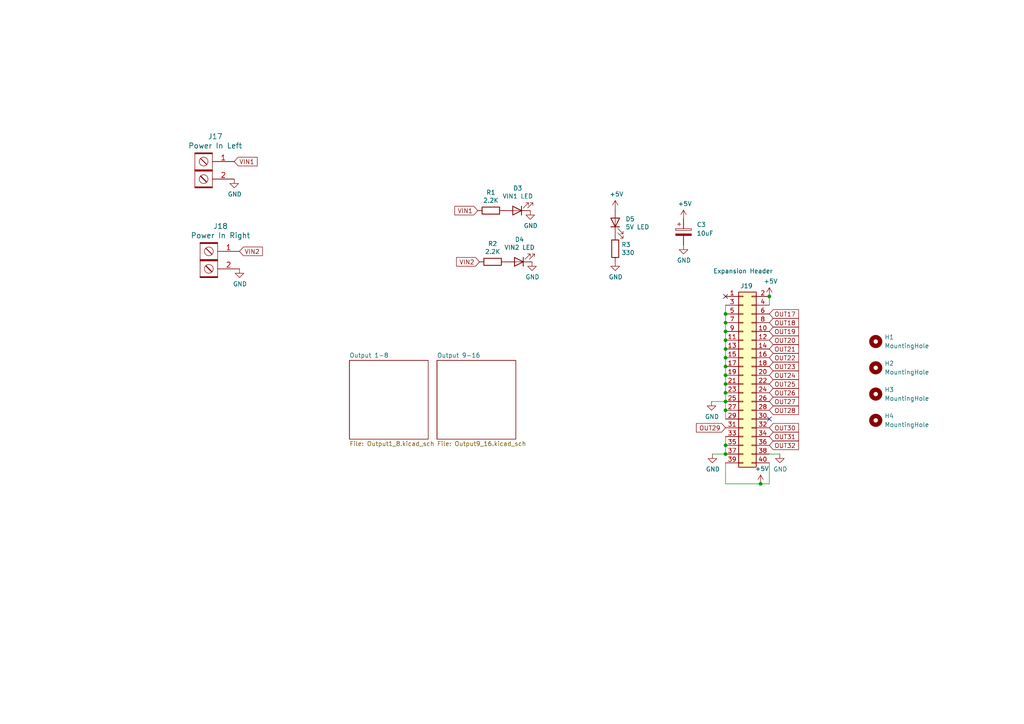
<source format=kicad_sch>
(kicad_sch (version 20250114) (generator "eeschema") (generator_version "9.0")
  (paper "A4")
  (title_block (title "16 Expansion SMD") (date "2026-01-15") (rev "v5") (company "Scott Hanson"))
  (lib_symbols
    (symbol "Barrier_Blocks:BARRIER_BLOCK_1ROW_2POS" (pin_names (offset 1.016) (hide yes))
      (property "Reference" "TB" (at 0.127 -6.731 0))
      (property "Value" "BARRIER_BLOCK_1ROW_2POS" (at 0.254 6.35 0))
      (symbol "BARRIER_BLOCK_1ROW_2POS_0_1"
        (rectangle (start -2.54 5.08) (end 2.54 -5.08))
        (polyline (pts (xy -2.54 4.699) (xy -2.54 5.08) (xy 2.54 5.08) (xy 2.54 4.699)) (fill (type outline)))
        (polyline (pts (xy -2.54 0.254) (xy -2.54 -0.254) (xy 2.54 -0.254) (xy 2.54 0.254)) (fill (type outline)))
        (polyline (pts (xy -2.54 -4.699) (xy -2.54 -5.08) (xy 2.54 -5.08) (xy 2.54 -4.699)) (fill (type outline)))
        (polyline (pts (xy -0.8382 1.5748) (xy -0.9652 1.6764) (xy -0.0508 2.5908) (xy 0.8382 3.4798) (xy 0.9652 3.3528) (xy 0.9652 3.3528)) (fill (type outline)))
        (polyline (pts (xy -0.8382 -3.5052) (xy -0.9652 -3.3782) (xy 0.8128 -1.6002) (xy 0.9652 -1.7018) (xy -0.8382 -3.5052)) (fill (type outline)))
        (circle (center 0 2.54) (radius 1.27))
        (circle (center 0 -2.54) (radius 1.27))
      )
      (symbol "BARRIER_BLOCK_1ROW_2POS_1_1"
        (pin passive line (at -8.89 2.54 0) (length 6.35) (name "P1") (number "1"))
        (pin passive line (at -8.89 -2.54 0) (length 6.35) (name "P2") (number "2"))
      )
    )
    (symbol "Connector_Generic:Conn_02x20_Odd_Even" (pin_names (offset 1.016) (hide yes))
      (property "Reference" "J" (at 1.27 25.4 0))
      (property "Value" "Conn_02x20_Odd_Even" (at 1.27 -27.94 0))
      (symbol "Conn_02x20_Odd_Even_1_1"
        (rectangle (start -1.27 24.13) (end 3.81 -26.67) (stroke (width 0.254)) (fill (type background)))
        (rectangle (start -1.27 22.987) (end 0 22.733) (stroke (width 0.1524)))
        (rectangle (start -1.27 20.447) (end 0 20.193) (stroke (width 0.1524)))
        (rectangle (start -1.27 17.907) (end 0 17.653) (stroke (width 0.1524)))
        (rectangle (start -1.27 15.367) (end 0 15.113) (stroke (width 0.1524)))
        (rectangle (start -1.27 12.827) (end 0 12.573) (stroke (width 0.1524)))
        (rectangle (start -1.27 10.287) (end 0 10.033) (stroke (width 0.1524)))
        (rectangle (start -1.27 7.747) (end 0 7.493) (stroke (width 0.1524)))
        (rectangle (start -1.27 5.207) (end 0 4.953) (stroke (width 0.1524)))
        (rectangle (start -1.27 2.667) (end 0 2.413) (stroke (width 0.1524)))
        (rectangle (start -1.27 0.127) (end 0 -0.127) (stroke (width 0.1524)))
        (rectangle (start -1.27 -2.413) (end 0 -2.667) (stroke (width 0.1524)))
        (rectangle (start -1.27 -4.953) (end 0 -5.207) (stroke (width 0.1524)))
        (rectangle (start -1.27 -7.493) (end 0 -7.747) (stroke (width 0.1524)))
        (rectangle (start -1.27 -10.033) (end 0 -10.287) (stroke (width 0.1524)))
        (rectangle (start -1.27 -12.573) (end 0 -12.827) (stroke (width 0.1524)))
        (rectangle (start -1.27 -15.113) (end 0 -15.367) (stroke (width 0.1524)))
        (rectangle (start -1.27 -17.653) (end 0 -17.907) (stroke (width 0.1524)))
        (rectangle (start -1.27 -20.193) (end 0 -20.447) (stroke (width 0.1524)))
        (rectangle (start -1.27 -22.733) (end 0 -22.987) (stroke (width 0.1524)))
        (rectangle (start -1.27 -25.273) (end 0 -25.527) (stroke (width 0.1524)))
        (rectangle (start 3.81 22.987) (end 2.54 22.733) (stroke (width 0.1524)))
        (rectangle (start 3.81 20.447) (end 2.54 20.193) (stroke (width 0.1524)))
        (rectangle (start 3.81 17.907) (end 2.54 17.653) (stroke (width 0.1524)))
        (rectangle (start 3.81 15.367) (end 2.54 15.113) (stroke (width 0.1524)))
        (rectangle (start 3.81 12.827) (end 2.54 12.573) (stroke (width 0.1524)))
        (rectangle (start 3.81 10.287) (end 2.54 10.033) (stroke (width 0.1524)))
        (rectangle (start 3.81 7.747) (end 2.54 7.493) (stroke (width 0.1524)))
        (rectangle (start 3.81 5.207) (end 2.54 4.953) (stroke (width 0.1524)))
        (rectangle (start 3.81 2.667) (end 2.54 2.413) (stroke (width 0.1524)))
        (rectangle (start 3.81 0.127) (end 2.54 -0.127) (stroke (width 0.1524)))
        (rectangle (start 3.81 -2.413) (end 2.54 -2.667) (stroke (width 0.1524)))
        (rectangle (start 3.81 -4.953) (end 2.54 -5.207) (stroke (width 0.1524)))
        (rectangle (start 3.81 -7.493) (end 2.54 -7.747) (stroke (width 0.1524)))
        (rectangle (start 3.81 -10.033) (end 2.54 -10.287) (stroke (width 0.1524)))
        (rectangle (start 3.81 -12.573) (end 2.54 -12.827) (stroke (width 0.1524)))
        (rectangle (start 3.81 -15.113) (end 2.54 -15.367) (stroke (width 0.1524)))
        (rectangle (start 3.81 -17.653) (end 2.54 -17.907) (stroke (width 0.1524)))
        (rectangle (start 3.81 -20.193) (end 2.54 -20.447) (stroke (width 0.1524)))
        (rectangle (start 3.81 -22.733) (end 2.54 -22.987) (stroke (width 0.1524)))
        (rectangle (start 3.81 -25.273) (end 2.54 -25.527) (stroke (width 0.1524)))
        (pin passive line (at -5.08 22.86 0) (length 3.81) (name "Pin_1") (number "1"))
        (pin passive line (at -5.08 20.32 0) (length 3.81) (name "Pin_3") (number "3"))
        (pin passive line (at -5.08 17.78 0) (length 3.81) (name "Pin_5") (number "5"))
        (pin passive line (at -5.08 15.24 0) (length 3.81) (name "Pin_7") (number "7"))
        (pin passive line (at -5.08 12.7 0) (length 3.81) (name "Pin_9") (number "9"))
        (pin passive line (at -5.08 10.16 0) (length 3.81) (name "Pin_11") (number "11"))
        (pin passive line (at -5.08 7.62 0) (length 3.81) (name "Pin_13") (number "13"))
        (pin passive line (at -5.08 5.08 0) (length 3.81) (name "Pin_15") (number "15"))
        (pin passive line (at -5.08 2.54 0) (length 3.81) (name "Pin_17") (number "17"))
        (pin passive line (at -5.08 0 0) (length 3.81) (name "Pin_19") (number "19"))
        (pin passive line (at -5.08 -2.54 0) (length 3.81) (name "Pin_21") (number "21"))
        (pin passive line (at -5.08 -5.08 0) (length 3.81) (name "Pin_23") (number "23"))
        (pin passive line (at -5.08 -7.62 0) (length 3.81) (name "Pin_25") (number "25"))
        (pin passive line (at -5.08 -10.16 0) (length 3.81) (name "Pin_27") (number "27"))
        (pin passive line (at -5.08 -12.7 0) (length 3.81) (name "Pin_29") (number "29"))
        (pin passive line (at -5.08 -15.24 0) (length 3.81) (name "Pin_31") (number "31"))
        (pin passive line (at -5.08 -17.78 0) (length 3.81) (name "Pin_33") (number "33"))
        (pin passive line (at -5.08 -20.32 0) (length 3.81) (name "Pin_35") (number "35"))
        (pin passive line (at -5.08 -22.86 0) (length 3.81) (name "Pin_37") (number "37"))
        (pin passive line (at -5.08 -25.4 0) (length 3.81) (name "Pin_39") (number "39"))
        (pin passive line (at 7.62 22.86 180) (length 3.81) (name "Pin_2") (number "2"))
        (pin passive line (at 7.62 20.32 180) (length 3.81) (name "Pin_4") (number "4"))
        (pin passive line (at 7.62 17.78 180) (length 3.81) (name "Pin_6") (number "6"))
        (pin passive line (at 7.62 15.24 180) (length 3.81) (name "Pin_8") (number "8"))
        (pin passive line (at 7.62 12.7 180) (length 3.81) (name "Pin_10") (number "10"))
        (pin passive line (at 7.62 10.16 180) (length 3.81) (name "Pin_12") (number "12"))
        (pin passive line (at 7.62 7.62 180) (length 3.81) (name "Pin_14") (number "14"))
        (pin passive line (at 7.62 5.08 180) (length 3.81) (name "Pin_16") (number "16"))
        (pin passive line (at 7.62 2.54 180) (length 3.81) (name "Pin_18") (number "18"))
        (pin passive line (at 7.62 0 180) (length 3.81) (name "Pin_20") (number "20"))
        (pin passive line (at 7.62 -2.54 180) (length 3.81) (name "Pin_22") (number "22"))
        (pin passive line (at 7.62 -5.08 180) (length 3.81) (name "Pin_24") (number "24"))
        (pin passive line (at 7.62 -7.62 180) (length 3.81) (name "Pin_26") (number "26"))
        (pin passive line (at 7.62 -10.16 180) (length 3.81) (name "Pin_28") (number "28"))
        (pin passive line (at 7.62 -12.7 180) (length 3.81) (name "Pin_30") (number "30"))
        (pin passive line (at 7.62 -15.24 180) (length 3.81) (name "Pin_32") (number "32"))
        (pin passive line (at 7.62 -17.78 180) (length 3.81) (name "Pin_34") (number "34"))
        (pin passive line (at 7.62 -20.32 180) (length 3.81) (name "Pin_36") (number "36"))
        (pin passive line (at 7.62 -22.86 180) (length 3.81) (name "Pin_38") (number "38"))
        (pin passive line (at 7.62 -25.4 180) (length 3.81) (name "Pin_40") (number "40"))
      )
    )
    (symbol "Device:C_Polarized" (pin_numbers (hide yes)) (pin_names (offset 0.254))
      (property "Reference" "C" (at 0.635 2.54 0))
      (property "Value" "C_Polarized" (at 0.635 -2.54 0))
      (symbol "C_Polarized_0_1"
        (rectangle (start -2.286 0.508) (end 2.286 1.016))
        (polyline (pts (xy -1.778 2.286) (xy -0.762 2.286)))
        (polyline (pts (xy -1.27 2.794) (xy -1.27 1.778)))
        (rectangle (start 2.286 -0.508) (end -2.286 -1.016) (fill (type outline)))
      )
      (symbol "C_Polarized_1_1"
        (pin passive line (at 0 3.81 270) (length 2.794) (name "~") (number "1"))
        (pin passive line (at 0 -3.81 90) (length 2.794) (name "~") (number "2"))
      )
    )
    (symbol "Device:LED" (pin_numbers (hide yes)) (pin_names (offset 1.016) (hide yes))
      (property "Reference" "D" (at 0 2.54 0))
      (property "Value" "LED" (at 0 -2.54 0))
      (symbol "LED_0_1"
        (polyline (pts (xy -3.048 -0.762) (xy -4.572 -2.286) (xy -3.81 -2.286) (xy -4.572 -2.286) (xy -4.572 -1.524)))
        (polyline (pts (xy -1.778 -0.762) (xy -3.302 -2.286) (xy -2.54 -2.286) (xy -3.302 -2.286) (xy -3.302 -1.524)))
        (polyline (pts (xy -1.27 0) (xy 1.27 0)))
        (polyline (pts (xy -1.27 -1.27) (xy -1.27 1.27)) (stroke (width 0.254)))
        (polyline (pts (xy 1.27 -1.27) (xy 1.27 1.27) (xy -1.27 0) (xy 1.27 -1.27)) (stroke (width 0.254)))
      )
      (symbol "LED_1_1"
        (pin passive line (at -3.81 0 0) (length 2.54) (name "K") (number "1"))
        (pin passive line (at 3.81 0 180) (length 2.54) (name "A") (number "2"))
      )
    )
    (symbol "Device:R" (pin_numbers (hide yes)) (pin_names (offset 0))
      (property "Reference" "R" (at 2.032 0 90))
      (property "Value" "R" (at 0 0 90))
      (symbol "R_0_1"
        (rectangle (start -1.016 -2.54) (end 1.016 2.54) (stroke (width 0.254)))
      )
      (symbol "R_1_1"
        (pin passive line (at 0 3.81 270) (length 1.27) (name "~") (number "1"))
        (pin passive line (at 0 -3.81 90) (length 1.27) (name "~") (number "2"))
      )
    )
    (symbol "Mechanical:MountingHole" (pin_names (offset 1.016)) (exclude_from_sim yes) (in_bom no)
      (property "Reference" "H" (at 0 5.08 0))
      (property "Value" "MountingHole" (at 0 3.175 0))
      (symbol "MountingHole_0_1"
        (circle (center 0 0) (radius 1.27) (stroke (width 1.27)))
      )
    )
    (symbol "power:+5V" (power) (pin_names (offset 0))
      (property "Value" "+5V" (at 0 3.556 0))
      (symbol "+5V_0_1"
        (polyline (pts (xy -0.762 1.27) (xy 0 2.54)))
        (polyline (pts (xy 0 2.54) (xy 0.762 1.27)))
        (polyline (pts (xy 0 0) (xy 0 2.54)))
      )
      (symbol "+5V_1_1"
        (pin power_in line (at 0 0 90) (length 0) (hide yes) (name "+5V") (number "1"))
      )
    )
    (symbol "power:GND" (power) (pin_names (offset 0))
      (property "Value" "GND" (at 0 -3.81 0))
      (symbol "GND_0_1"
        (polyline (pts (xy 0 0) (xy 0 -1.27) (xy 1.27 -1.27) (xy 0 -2.54) (xy -1.27 -1.27) (xy 0 -1.27)))
      )
      (symbol "GND_1_1"
        (pin power_in line (at 0 0 270) (length 0) (hide yes) (name "GND") (number "1"))
      )
    )
  )
  (junction (at 210.439 91.059))
  (junction (at 210.439 113.919))
  (junction (at 210.439 93.599))
  (junction (at 210.439 131.699))
  (junction (at 210.439 106.299))
  (junction (at 210.439 108.839))
  (junction (at 210.439 103.759))
  (junction (at 210.439 98.679))
  (junction (at 210.439 116.459))
  (junction (at 210.439 96.139))
  (junction (at 220.599 140.335))
  (junction (at 210.439 111.379))
  (junction (at 210.439 129.159))
  (junction (at 210.439 118.999))
  (junction (at 210.439 101.219))
  (junction (at 223.139 85.979))
  (no_connect (at 223.139 121.539))
  (no_connect (at 210.439 85.979))
  (wire (pts (xy 223.139 134.239) (xy 223.139 140.335)))
  (wire (pts (xy 210.439 91.059) (xy 210.439 93.599)))
  (wire (pts (xy 210.439 98.679) (xy 210.439 101.219)))
  (wire (pts (xy 210.439 101.219) (xy 210.439 103.759)))
  (wire (pts (xy 210.439 96.139) (xy 210.439 98.679)))
  (wire (pts (xy 220.599 140.335) (xy 210.439 140.335)))
  (wire (pts (xy 210.439 111.379) (xy 210.439 113.919)))
  (wire (pts (xy 210.439 118.999) (xy 210.439 121.539)))
  (wire (pts (xy 210.439 126.619) (xy 210.439 129.159)))
  (wire (pts (xy 210.439 113.919) (xy 210.439 116.459)))
  (wire (pts (xy 210.439 116.459) (xy 206.375 116.459)))
  (wire (pts (xy 210.439 134.239) (xy 210.439 140.335)))
  (wire (pts (xy 210.439 131.699) (xy 206.629 131.699)))
  (wire (pts (xy 223.139 85.979) (xy 223.139 88.519)))
  (wire (pts (xy 210.439 103.759) (xy 210.439 106.299)))
  (wire (pts (xy 210.439 93.599) (xy 210.439 96.139)))
  (wire (pts (xy 223.139 131.699) (xy 226.187 131.699)))
  (wire (pts (xy 210.439 106.299) (xy 210.439 108.839)))
  (wire (pts (xy 210.439 116.459) (xy 210.439 118.999)))
  (wire (pts (xy 210.439 129.159) (xy 210.439 131.699)))
  (wire (pts (xy 223.139 140.335) (xy 220.599 140.335)))
  (wire (pts (xy 210.439 88.519) (xy 210.439 91.059)))
  (wire (pts (xy 210.439 108.839) (xy 210.439 111.379)))
  (global_label "OUT20" (shape input) (at 223.139 98.679 0) (property "Intersheetrefs" "${INTERSHEET_REFS}" (effects (hide yes))))
  (global_label "VIN2" (shape input) (at 69.469 72.898 0) (property "Intersheetrefs" "${INTERSHEET_REFS}" (effects (hide yes))))
  (global_label "OUT29" (shape input) (at 210.439 124.079 180) (property "Intersheetrefs" "${INTERSHEET_REFS}" (effects (hide yes))))
  (global_label "VIN1" (shape input) (at 67.945 46.863 0) (property "Intersheetrefs" "${INTERSHEET_REFS}" (effects (hide yes))))
  (global_label "OUT22" (shape input) (at 223.139 103.759 0) (property "Intersheetrefs" "${INTERSHEET_REFS}" (effects (hide yes))))
  (global_label "OUT18" (shape input) (at 223.139 93.599 0) (property "Intersheetrefs" "${INTERSHEET_REFS}" (effects (hide yes))))
  (global_label "OUT17" (shape input) (at 223.139 91.059 0) (property "Intersheetrefs" "${INTERSHEET_REFS}" (effects (hide yes))))
  (global_label "OUT26" (shape input) (at 223.139 113.919 0) (property "Intersheetrefs" "${INTERSHEET_REFS}" (effects (hide yes))))
  (global_label "OUT23" (shape input) (at 223.139 106.299 0) (property "Intersheetrefs" "${INTERSHEET_REFS}" (effects (hide yes))))
  (global_label "OUT30" (shape input) (at 223.139 124.079 0) (property "Intersheetrefs" "${INTERSHEET_REFS}" (effects (hide yes))))
  (global_label "OUT31" (shape input) (at 223.139 126.619 0) (property "Intersheetrefs" "${INTERSHEET_REFS}" (effects (hide yes))))
  (global_label "OUT19" (shape input) (at 223.139 96.139 0) (property "Intersheetrefs" "${INTERSHEET_REFS}" (effects (hide yes))))
  (global_label "OUT21" (shape input) (at 223.139 101.219 0) (property "Intersheetrefs" "${INTERSHEET_REFS}" (effects (hide yes))))
  (global_label "OUT28" (shape input) (at 223.139 118.999 0) (property "Intersheetrefs" "${INTERSHEET_REFS}" (effects (hide yes))))
  (global_label "VIN2" (shape input) (at 139.065 75.946 180) (property "Intersheetrefs" "${INTERSHEET_REFS}" (effects (hide yes))))
  (global_label "OUT25" (shape input) (at 223.139 111.379 0) (property "Intersheetrefs" "${INTERSHEET_REFS}" (effects (hide yes))))
  (global_label "OUT24" (shape input) (at 223.139 108.839 0) (property "Intersheetrefs" "${INTERSHEET_REFS}" (effects (hide yes))))
  (global_label "OUT32" (shape input) (at 223.139 129.159 0) (property "Intersheetrefs" "${INTERSHEET_REFS}" (effects (hide yes))))
  (global_label "OUT27" (shape input) (at 223.139 116.459 0) (property "Intersheetrefs" "${INTERSHEET_REFS}" (effects (hide yes))))
  (global_label "VIN1" (shape input) (at 138.557 61.087 180) (property "Intersheetrefs" "${INTERSHEET_REFS}" (effects (hide yes))))
  (symbol (lib_id "power:GND") (at 67.945 51.943 0) (unit 1)
    (property "Reference" "#PWR0101" (effects (hide yes)))
    (property "Value" "GND" (at 68.072 56.3372 0))
  )
  (symbol (lib_id "Connector_Generic:Conn_02x20_Odd_Even") (at 215.519 108.839 0) (unit 1)
    (property "Reference" "J19" (at 216.535 82.931 0))
    (property "Value" "Expansion Header" (at 215.519 78.613 0))
    (property "Footprint" "Connector_IDC:IDC-Header_2x20_P2.54mm_Vertical" (effects (hide yes)))
    (property "Digi-Key_PN" "S9175-ND" (effects (hide yes)))
    (property "MPN" "SBH11-PBPC-D20-ST-BK" (effects (hide yes)))
  )
  (symbol (lib_id "power:GND") (at 206.629 131.699 0) (unit 1)
    (property "Reference" "#PWR044" (effects (hide yes)))
    (property "Value" "GND" (at 206.756 136.0932 0))
  )
  (symbol (lib_id "power:GND") (at 226.187 131.699 0) (unit 1)
    (property "Reference" "#PWR0105" (effects (hide yes)))
    (property "Value" "GND" (at 226.314 136.0932 0))
  )
  (symbol (lib_id "power:+5V") (at 220.599 140.335 0) (unit 1)
    (property "Reference" "#PWR0106" (effects (hide yes)))
    (property "Value" "+5V" (at 220.98 135.9408 0))
  )
  (symbol (lib_id "power:+5V") (at 223.139 85.979 0) (unit 1)
    (property "Reference" "#PWR0107" (effects (hide yes)))
    (property "Value" "+5V" (at 223.52 81.5848 0))
  )
  (symbol (lib_id "power:GND") (at 69.469 77.978 0) (unit 1)
    (property "Reference" "#PWR02" (effects (hide yes)))
    (property "Value" "GND" (at 69.596 82.3722 0))
  )
  (symbol (lib_id "power:GND") (at 206.375 116.459 0) (unit 1)
    (property "Reference" "#PWR0110" (effects (hide yes)))
    (property "Value" "GND" (at 206.502 120.8532 0))
  )
  (symbol (lib_id "Device:LED") (at 149.987 61.087 180) (unit 1)
    (property "Reference" "D3" (at 150.1648 54.61 0))
    (property "Value" "VIN1 LED" (at 150.1648 56.9214 0))
    (property "Footprint" "LED_SMD:LED_0603_1608Metric" (effects (hide yes)))
    (property "Digi-Key_PN" "732-4986-1-ND" (effects (hide yes)))
    (property "MPN" "150080VS75000" (effects (hide yes)))
    (property "LCSC" "C2286" (effects (hide yes)))
  )
  (symbol (lib_id "Device:LED") (at 150.495 75.946 180) (unit 1)
    (property "Reference" "D4" (at 150.6728 69.469 0))
    (property "Value" "VIN2 LED" (at 150.6728 71.7804 0))
    (property "Footprint" "LED_SMD:LED_0603_1608Metric" (effects (hide yes)))
    (property "Digi-Key_PN" "732-4986-1-ND" (effects (hide yes)))
    (property "MPN" "150080VS75000" (effects (hide yes)))
    (property "LCSC" "C2286" (effects (hide yes)))
  )
  (symbol (lib_id "Device:R") (at 142.367 61.087 270) (unit 1)
    (property "Reference" "R1" (at 142.367 55.8292 90))
    (property "Value" "2.2K" (at 142.367 58.1406 90))
    (property "Footprint" "Resistor_SMD:R_0603_1608Metric" (effects (hide yes)))
    (property "Digi-Key_PN" "311-1.00KCRCT-ND" (effects (hide yes)))
    (property "MPN" "RC0805FR-071KL" (effects (hide yes)))
  )
  (symbol (lib_id "Device:R") (at 142.875 75.946 270) (unit 1)
    (property "Reference" "R2" (at 142.875 70.6882 90))
    (property "Value" "2.2K" (at 142.875 72.9996 90))
    (property "Footprint" "Resistor_SMD:R_0603_1608Metric" (effects (hide yes)))
    (property "Digi-Key_PN" "311-1.00KCRCT-ND" (effects (hide yes)))
    (property "MPN" "RC0805FR-071KL" (effects (hide yes)))
  )
  (symbol (lib_id "power:GND") (at 153.797 61.087 0) (unit 1)
    (property "Reference" "#PWR0111" (effects (hide yes)))
    (property "Value" "GND" (at 153.924 65.4812 0))
  )
  (symbol (lib_id "power:GND") (at 154.305 75.946 0) (unit 1)
    (property "Reference" "#PWR0112" (effects (hide yes)))
    (property "Value" "GND" (at 154.432 80.3402 0))
  )
  (symbol (lib_id "Device:R") (at 178.435 72.136 180) (unit 1)
    (property "Reference" "R3" (at 180.213 70.9676 0) (effects (justify right)))
    (property "Value" "330" (at 180.213 73.279 0) (effects (justify right)))
    (property "Footprint" "Resistor_SMD:R_0603_1608Metric" (effects (hide yes)))
    (property "Digi-Key_PN" "311-330CRCT-ND" (effects (hide yes)))
    (property "MPN" "RC0805FR-07330RL" (effects (hide yes)))
  )
  (symbol (lib_id "Device:LED") (at 178.435 64.516 90) (unit 1)
    (property "Reference" "D5" (at 181.4068 63.5254 90) (effects (justify right)))
    (property "Value" "5V LED" (at 181.4068 65.8368 90) (effects (justify right)))
    (property "Footprint" "LED_SMD:LED_0603_1608Metric" (effects (hide yes)))
    (property "Digi-Key_PN" "732-4986-1-ND" (effects (hide yes)))
    (property "MPN" "150080VS75000" (effects (hide yes)))
    (property "LCSC" "C2286" (effects (hide yes)))
  )
  (symbol (lib_id "power:+5V") (at 178.435 60.706 0) (unit 1)
    (property "Reference" "#PWR040" (effects (hide yes)))
    (property "Value" "+5V" (at 178.816 56.3118 0))
  )
  (symbol (lib_id "power:GND") (at 178.435 75.946 0) (unit 1)
    (property "Reference" "#PWR052" (effects (hide yes)))
    (property "Value" "GND" (at 178.562 80.3402 0))
  )
  (symbol (lib_id "Barrier_Blocks:BARRIER_BLOCK_1ROW_2POS") (at 59.055 49.403 0) (mirror y) (unit 1)
    (property "Reference" "J17" (at 62.4332 39.5732 0) (effects (font (size 1.524 1.524))))
    (property "Value" "Power In Left" (at 62.4332 42.2656 0) (effects (font (size 1.524 1.524))))
    (property "Footprint" "Barrier_Blocks:BARRIER_BLOCK_1ROW_2POS_P9.5MM" (effects (hide yes)))
    (property "Digi-Key_PN" "ED2953-ND" (effects (hide yes)))
    (property "MPN" "OSTYK51102030" (effects (hide yes)))
  )
  (symbol (lib_id "Barrier_Blocks:BARRIER_BLOCK_1ROW_2POS") (at 60.579 75.438 0) (mirror y) (unit 1)
    (property "Reference" "J18" (at 63.9572 65.6082 0) (effects (font (size 1.524 1.524))))
    (property "Value" "Power In Right" (at 63.9572 68.3006 0) (effects (font (size 1.524 1.524))))
    (property "Footprint" "Barrier_Blocks:BARRIER_BLOCK_1ROW_2POS_P9.5MM" (effects (hide yes)))
    (property "Digi-Key_PN" "ED2953-ND" (effects (hide yes)))
    (property "MPN" "OSTYK51102030" (effects (hide yes)))
  )
  (symbol (lib_id "Device:C_Polarized") (at 198.247 67.31 0) (unit 1)
    (property "Reference" "C3" (at 202.057 65.1509 0) (effects (justify left)))
    (property "Value" "10uF" (at 202.057 67.6909 0) (effects (justify left)))
    (property "Footprint" "Capacitor_SMD:CP_Elec_4x5.3" (effects (hide yes)))
    (property "LCSC" "C72485" (effects (hide yes)))
    (property "Digi-Key_PN" "493-2173-1-ND" (effects (hide yes)))
    (property "MPN" "UWT1C100MCL1GB" (effects (hide yes)))
  )
  (symbol (lib_id "Mechanical:MountingHole") (at 254 114.3 0) (unit 1) (exclude_from_sim yes) (in_bom no)
    (property "Reference" "H3" (at 256.54 113.0299 0) (effects (justify left)))
    (property "Value" "MountingHole" (at 256.54 115.5699 0) (effects (justify left)))
    (property "Footprint" "Scotts:MountingHole_3.7mm" (effects (hide yes)))
    (property "Description" "Mounting Hole without connection" (effects (hide yes)))
  )
  (symbol (lib_id "power:GND") (at 198.247 71.12 0) (unit 1)
    (property "Reference" "#PWR0104" (effects (hide yes)))
    (property "Value" "GND" (at 198.374 75.5142 0))
  )
  (symbol (lib_id "Mechanical:MountingHole") (at 254 106.68 0) (unit 1) (exclude_from_sim yes) (in_bom no)
    (property "Reference" "H2" (at 256.54 105.4099 0) (effects (justify left)))
    (property "Value" "MountingHole" (at 256.54 107.9499 0) (effects (justify left)))
    (property "Footprint" "Scotts:MountingHole_3.7mm" (effects (hide yes)))
    (property "Description" "Mounting Hole without connection" (effects (hide yes)))
  )
  (symbol (lib_id "Mechanical:MountingHole") (at 254 99.06 0) (unit 1) (exclude_from_sim yes) (in_bom no)
    (property "Reference" "H1" (at 256.54 97.7899 0) (effects (justify left)))
    (property "Value" "MountingHole" (at 256.54 100.3299 0) (effects (justify left)))
    (property "Footprint" "Scotts:MountingHole_3.7mm" (effects (hide yes)))
    (property "Description" "Mounting Hole without connection" (effects (hide yes)))
  )
  (symbol (lib_id "power:+5V") (at 198.247 63.5 0) (unit 1)
    (property "Reference" "#PWR0108" (effects (hide yes)))
    (property "Value" "+5V" (at 198.628 59.1058 0))
  )
  (symbol (lib_id "Mechanical:MountingHole") (at 254 121.92 0) (unit 1) (exclude_from_sim yes) (in_bom no)
    (property "Reference" "H4" (at 256.54 120.6499 0) (effects (justify left)))
    (property "Value" "MountingHole" (at 256.54 123.1899 0) (effects (justify left)))
    (property "Footprint" "Scotts:MountingHole_3.7mm" (effects (hide yes)))
    (property "Description" "Mounting Hole without connection" (effects (hide yes)))
  )
  (sheet (at 101.346 104.521) (size 22.86 22.86)
    (property "Sheetname" "Output 1-8" (at 101.346 103.8094 0) (effects (justify left bottom)))
    (property "Sheetfile" "Output1_8.kicad_sch" (at 101.346 127.9656 0) (effects (justify left top)))
  )
  (sheet (at 126.746 104.521) (size 22.86 22.86)
    (property "Sheetname" "Output 9-16" (at 126.746 103.8094 0) (effects (justify left bottom)))
    (property "Sheetfile" "Output9_16.kicad_sch" (at 126.746 127.9656 0) (effects (justify left top)))
  )
)
</source>
